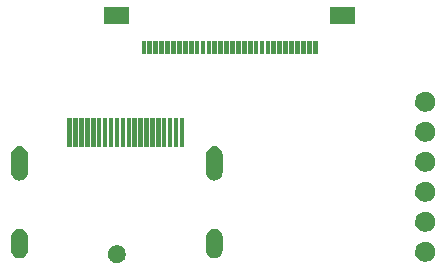
<source format=gts>
G04 #@! TF.FileFunction,Soldermask,Top*
%FSLAX46Y46*%
G04 Gerber Fmt 4.6, Leading zero omitted, Abs format (unit mm)*
G04 Created by KiCad (PCBNEW 4.0.7) date 09/03/18 02:09:11*
%MOMM*%
%LPD*%
G01*
G04 APERTURE LIST*
%ADD10C,0.100000*%
G04 APERTURE END LIST*
D10*
G36*
X124478776Y-114350498D02*
X124622851Y-114380072D01*
X124724546Y-114422822D01*
X124758444Y-114437071D01*
X124758445Y-114437072D01*
X124880383Y-114519319D01*
X124984021Y-114623683D01*
X125059265Y-114736936D01*
X125065415Y-114746193D01*
X125078310Y-114777477D01*
X125121465Y-114882178D01*
X125149998Y-115026284D01*
X125149998Y-115026287D01*
X125150032Y-115026459D01*
X125147686Y-115194455D01*
X125147648Y-115194622D01*
X125147648Y-115194627D01*
X125115101Y-115337884D01*
X125055278Y-115472248D01*
X124970491Y-115592441D01*
X124863983Y-115693867D01*
X124739795Y-115772679D01*
X124602664Y-115825869D01*
X124457821Y-115851409D01*
X124310765Y-115848328D01*
X124167115Y-115816744D01*
X124032335Y-115757861D01*
X123911554Y-115673915D01*
X123809387Y-115568119D01*
X123729708Y-115444481D01*
X123675564Y-115307730D01*
X123649013Y-115163066D01*
X123651067Y-115015994D01*
X123681648Y-114872120D01*
X123739587Y-114736938D01*
X123822685Y-114615577D01*
X123927775Y-114512666D01*
X124050844Y-114432131D01*
X124187221Y-114377031D01*
X124331698Y-114349471D01*
X124478776Y-114350498D01*
X124478776Y-114350498D01*
G37*
G36*
X150589384Y-114049565D02*
X150752862Y-114083122D01*
X150906717Y-114147797D01*
X151045074Y-114241120D01*
X151162669Y-114359539D01*
X151255024Y-114498545D01*
X151318622Y-114652845D01*
X151348686Y-114804681D01*
X151351037Y-114816555D01*
X151348375Y-115007175D01*
X151348337Y-115007342D01*
X151348337Y-115007347D01*
X151311402Y-115169917D01*
X151243521Y-115322380D01*
X151147318Y-115458756D01*
X151026466Y-115573842D01*
X150885554Y-115663267D01*
X150729957Y-115723619D01*
X150565607Y-115752599D01*
X150398748Y-115749103D01*
X150235753Y-115713266D01*
X150082823Y-115646453D01*
X149945780Y-115551205D01*
X149829848Y-115431156D01*
X149739442Y-115290871D01*
X149678007Y-115135704D01*
X149647880Y-114971559D01*
X149650211Y-114804681D01*
X149684909Y-114641435D01*
X149750653Y-114488045D01*
X149844940Y-114350341D01*
X149964182Y-114233571D01*
X150103825Y-114142191D01*
X150258567Y-114079671D01*
X150422499Y-114048400D01*
X150589384Y-114049565D01*
X150589384Y-114049565D01*
G37*
G36*
X132790729Y-112958246D02*
X132790730Y-112958246D01*
X132790755Y-112958249D01*
X132921261Y-112998648D01*
X133041435Y-113063626D01*
X133146700Y-113150708D01*
X133233045Y-113256578D01*
X133297182Y-113377203D01*
X133336669Y-113507988D01*
X133350000Y-113643952D01*
X133350000Y-114756169D01*
X133349944Y-114764094D01*
X133349932Y-114765822D01*
X133334703Y-114901586D01*
X133293395Y-115031807D01*
X133227579Y-115151525D01*
X133139764Y-115256179D01*
X133033294Y-115341783D01*
X132912225Y-115405077D01*
X132781167Y-115443649D01*
X132781146Y-115443651D01*
X132781142Y-115443652D01*
X132645114Y-115456032D01*
X132509271Y-115441754D01*
X132509270Y-115441754D01*
X132509245Y-115441751D01*
X132378739Y-115401352D01*
X132258565Y-115336374D01*
X132153300Y-115249292D01*
X132066955Y-115143422D01*
X132002818Y-115022797D01*
X131963331Y-114892012D01*
X131950000Y-114756048D01*
X131950000Y-113643831D01*
X131950061Y-113635195D01*
X131950068Y-113634178D01*
X131965297Y-113498414D01*
X132006605Y-113368193D01*
X132072421Y-113248475D01*
X132160236Y-113143821D01*
X132266706Y-113058217D01*
X132387775Y-112994923D01*
X132518833Y-112956351D01*
X132518854Y-112956349D01*
X132518858Y-112956348D01*
X132654886Y-112943968D01*
X132790729Y-112958246D01*
X132790729Y-112958246D01*
G37*
G36*
X116290729Y-112958246D02*
X116290730Y-112958246D01*
X116290755Y-112958249D01*
X116421261Y-112998648D01*
X116541435Y-113063626D01*
X116646700Y-113150708D01*
X116733045Y-113256578D01*
X116797182Y-113377203D01*
X116836669Y-113507988D01*
X116850000Y-113643952D01*
X116850000Y-114756169D01*
X116849944Y-114764094D01*
X116849932Y-114765822D01*
X116834703Y-114901586D01*
X116793395Y-115031807D01*
X116727579Y-115151525D01*
X116639764Y-115256179D01*
X116533294Y-115341783D01*
X116412225Y-115405077D01*
X116281167Y-115443649D01*
X116281146Y-115443651D01*
X116281142Y-115443652D01*
X116145114Y-115456032D01*
X116009271Y-115441754D01*
X116009270Y-115441754D01*
X116009245Y-115441751D01*
X115878739Y-115401352D01*
X115758565Y-115336374D01*
X115653300Y-115249292D01*
X115566955Y-115143422D01*
X115502818Y-115022797D01*
X115463331Y-114892012D01*
X115450000Y-114756048D01*
X115450000Y-113643831D01*
X115450061Y-113635195D01*
X115450068Y-113634178D01*
X115465297Y-113498414D01*
X115506605Y-113368193D01*
X115572421Y-113248475D01*
X115660236Y-113143821D01*
X115766706Y-113058217D01*
X115887775Y-112994923D01*
X116018833Y-112956351D01*
X116018854Y-112956349D01*
X116018858Y-112956348D01*
X116154886Y-112943968D01*
X116290729Y-112958246D01*
X116290729Y-112958246D01*
G37*
G36*
X150589384Y-111509565D02*
X150752862Y-111543122D01*
X150906717Y-111607797D01*
X151045074Y-111701120D01*
X151162669Y-111819539D01*
X151255024Y-111958545D01*
X151318622Y-112112845D01*
X151348686Y-112264681D01*
X151351037Y-112276555D01*
X151348375Y-112467175D01*
X151348337Y-112467342D01*
X151348337Y-112467347D01*
X151311402Y-112629917D01*
X151243521Y-112782380D01*
X151147318Y-112918756D01*
X151026466Y-113033842D01*
X150885554Y-113123267D01*
X150729957Y-113183619D01*
X150565607Y-113212599D01*
X150398748Y-113209103D01*
X150235753Y-113173266D01*
X150082823Y-113106453D01*
X149945780Y-113011205D01*
X149829848Y-112891156D01*
X149739442Y-112750871D01*
X149678007Y-112595704D01*
X149647880Y-112431559D01*
X149650211Y-112264681D01*
X149684909Y-112101435D01*
X149750653Y-111948045D01*
X149844940Y-111810341D01*
X149964182Y-111693571D01*
X150103825Y-111602191D01*
X150258567Y-111539671D01*
X150422499Y-111508400D01*
X150589384Y-111509565D01*
X150589384Y-111509565D01*
G37*
G36*
X150589384Y-108969565D02*
X150752862Y-109003122D01*
X150906717Y-109067797D01*
X151045074Y-109161120D01*
X151162669Y-109279539D01*
X151255024Y-109418545D01*
X151318622Y-109572845D01*
X151348686Y-109724681D01*
X151351037Y-109736555D01*
X151348375Y-109927175D01*
X151348337Y-109927342D01*
X151348337Y-109927347D01*
X151311402Y-110089917D01*
X151243521Y-110242380D01*
X151147318Y-110378756D01*
X151026466Y-110493842D01*
X150885554Y-110583267D01*
X150729957Y-110643619D01*
X150565607Y-110672599D01*
X150398748Y-110669103D01*
X150235753Y-110633266D01*
X150082823Y-110566453D01*
X149945780Y-110471205D01*
X149829848Y-110351156D01*
X149739442Y-110210871D01*
X149678007Y-110055704D01*
X149647880Y-109891559D01*
X149650211Y-109724681D01*
X149684909Y-109561435D01*
X149750653Y-109408045D01*
X149844940Y-109270341D01*
X149964182Y-109153571D01*
X150103825Y-109062191D01*
X150258567Y-108999671D01*
X150422499Y-108968400D01*
X150589384Y-108969565D01*
X150589384Y-108969565D01*
G37*
G36*
X132790729Y-105977278D02*
X132790730Y-105977278D01*
X132790755Y-105977281D01*
X132921261Y-106017680D01*
X133041435Y-106082658D01*
X133146700Y-106169740D01*
X133233045Y-106275610D01*
X133297182Y-106396235D01*
X133336669Y-106527020D01*
X133350000Y-106662984D01*
X133350000Y-108177137D01*
X133349944Y-108185062D01*
X133349932Y-108186790D01*
X133334703Y-108322554D01*
X133293395Y-108452775D01*
X133227579Y-108572493D01*
X133139764Y-108677147D01*
X133033294Y-108762751D01*
X132912225Y-108826045D01*
X132781167Y-108864617D01*
X132781146Y-108864619D01*
X132781142Y-108864620D01*
X132645114Y-108877000D01*
X132509271Y-108862722D01*
X132509270Y-108862722D01*
X132509245Y-108862719D01*
X132378739Y-108822320D01*
X132258565Y-108757342D01*
X132153300Y-108670260D01*
X132066955Y-108564390D01*
X132002818Y-108443765D01*
X131963331Y-108312980D01*
X131950000Y-108177016D01*
X131950000Y-106662863D01*
X131950061Y-106654227D01*
X131950068Y-106653210D01*
X131965297Y-106517446D01*
X132006605Y-106387225D01*
X132072421Y-106267507D01*
X132160236Y-106162853D01*
X132266706Y-106077249D01*
X132387775Y-106013955D01*
X132518833Y-105975383D01*
X132518854Y-105975381D01*
X132518858Y-105975380D01*
X132654886Y-105963000D01*
X132790729Y-105977278D01*
X132790729Y-105977278D01*
G37*
G36*
X116290729Y-105977278D02*
X116290730Y-105977278D01*
X116290755Y-105977281D01*
X116421261Y-106017680D01*
X116541435Y-106082658D01*
X116646700Y-106169740D01*
X116733045Y-106275610D01*
X116797182Y-106396235D01*
X116836669Y-106527020D01*
X116850000Y-106662984D01*
X116850000Y-108177137D01*
X116849944Y-108185062D01*
X116849932Y-108186790D01*
X116834703Y-108322554D01*
X116793395Y-108452775D01*
X116727579Y-108572493D01*
X116639764Y-108677147D01*
X116533294Y-108762751D01*
X116412225Y-108826045D01*
X116281167Y-108864617D01*
X116281146Y-108864619D01*
X116281142Y-108864620D01*
X116145114Y-108877000D01*
X116009271Y-108862722D01*
X116009270Y-108862722D01*
X116009245Y-108862719D01*
X115878739Y-108822320D01*
X115758565Y-108757342D01*
X115653300Y-108670260D01*
X115566955Y-108564390D01*
X115502818Y-108443765D01*
X115463331Y-108312980D01*
X115450000Y-108177016D01*
X115450000Y-106662863D01*
X115450061Y-106654227D01*
X115450068Y-106653210D01*
X115465297Y-106517446D01*
X115506605Y-106387225D01*
X115572421Y-106267507D01*
X115660236Y-106162853D01*
X115766706Y-106077249D01*
X115887775Y-106013955D01*
X116018833Y-105975383D01*
X116018854Y-105975381D01*
X116018858Y-105975380D01*
X116154886Y-105963000D01*
X116290729Y-105977278D01*
X116290729Y-105977278D01*
G37*
G36*
X150589384Y-106429565D02*
X150752862Y-106463122D01*
X150906717Y-106527797D01*
X151045074Y-106621120D01*
X151162669Y-106739539D01*
X151255024Y-106878545D01*
X151318622Y-107032845D01*
X151348686Y-107184681D01*
X151351037Y-107196555D01*
X151348375Y-107387175D01*
X151348337Y-107387342D01*
X151348337Y-107387347D01*
X151311402Y-107549917D01*
X151243521Y-107702380D01*
X151147318Y-107838756D01*
X151026466Y-107953842D01*
X150885554Y-108043267D01*
X150729957Y-108103619D01*
X150565607Y-108132599D01*
X150398748Y-108129103D01*
X150235753Y-108093266D01*
X150082823Y-108026453D01*
X149945780Y-107931205D01*
X149829848Y-107811156D01*
X149739442Y-107670871D01*
X149678007Y-107515704D01*
X149647880Y-107351559D01*
X149650211Y-107184681D01*
X149684909Y-107021435D01*
X149750653Y-106868045D01*
X149844940Y-106730341D01*
X149964182Y-106613571D01*
X150103825Y-106522191D01*
X150258567Y-106459671D01*
X150422499Y-106428400D01*
X150589384Y-106429565D01*
X150589384Y-106429565D01*
G37*
G36*
X123090000Y-106070000D02*
X122710000Y-106070000D01*
X122710000Y-103570000D01*
X123090000Y-103570000D01*
X123090000Y-106070000D01*
X123090000Y-106070000D01*
G37*
G36*
X123590000Y-106070000D02*
X123210000Y-106070000D01*
X123210000Y-103570000D01*
X123590000Y-103570000D01*
X123590000Y-106070000D01*
X123590000Y-106070000D01*
G37*
G36*
X124090000Y-106070000D02*
X123710000Y-106070000D01*
X123710000Y-103570000D01*
X124090000Y-103570000D01*
X124090000Y-106070000D01*
X124090000Y-106070000D01*
G37*
G36*
X127590000Y-106070000D02*
X127210000Y-106070000D01*
X127210000Y-103570000D01*
X127590000Y-103570000D01*
X127590000Y-106070000D01*
X127590000Y-106070000D01*
G37*
G36*
X126590000Y-106070000D02*
X126210000Y-106070000D01*
X126210000Y-103570000D01*
X126590000Y-103570000D01*
X126590000Y-106070000D01*
X126590000Y-106070000D01*
G37*
G36*
X126090000Y-106070000D02*
X125710000Y-106070000D01*
X125710000Y-103570000D01*
X126090000Y-103570000D01*
X126090000Y-106070000D01*
X126090000Y-106070000D01*
G37*
G36*
X125590000Y-106070000D02*
X125210000Y-106070000D01*
X125210000Y-103570000D01*
X125590000Y-103570000D01*
X125590000Y-106070000D01*
X125590000Y-106070000D01*
G37*
G36*
X125090000Y-106070000D02*
X124710000Y-106070000D01*
X124710000Y-103570000D01*
X125090000Y-103570000D01*
X125090000Y-106070000D01*
X125090000Y-106070000D01*
G37*
G36*
X124590000Y-106070000D02*
X124210000Y-106070000D01*
X124210000Y-103570000D01*
X124590000Y-103570000D01*
X124590000Y-106070000D01*
X124590000Y-106070000D01*
G37*
G36*
X127090000Y-106070000D02*
X126710000Y-106070000D01*
X126710000Y-103570000D01*
X127090000Y-103570000D01*
X127090000Y-106070000D01*
X127090000Y-106070000D01*
G37*
G36*
X122090000Y-106070000D02*
X121710000Y-106070000D01*
X121710000Y-103570000D01*
X122090000Y-103570000D01*
X122090000Y-106070000D01*
X122090000Y-106070000D01*
G37*
G36*
X130090000Y-106070000D02*
X129710000Y-106070000D01*
X129710000Y-103570000D01*
X130090000Y-103570000D01*
X130090000Y-106070000D01*
X130090000Y-106070000D01*
G37*
G36*
X129590000Y-106070000D02*
X129210000Y-106070000D01*
X129210000Y-103570000D01*
X129590000Y-103570000D01*
X129590000Y-106070000D01*
X129590000Y-106070000D01*
G37*
G36*
X129090000Y-106070000D02*
X128710000Y-106070000D01*
X128710000Y-103570000D01*
X129090000Y-103570000D01*
X129090000Y-106070000D01*
X129090000Y-106070000D01*
G37*
G36*
X128590000Y-106070000D02*
X128210000Y-106070000D01*
X128210000Y-103570000D01*
X128590000Y-103570000D01*
X128590000Y-106070000D01*
X128590000Y-106070000D01*
G37*
G36*
X128090000Y-106070000D02*
X127710000Y-106070000D01*
X127710000Y-103570000D01*
X128090000Y-103570000D01*
X128090000Y-106070000D01*
X128090000Y-106070000D01*
G37*
G36*
X120590000Y-106070000D02*
X120210000Y-106070000D01*
X120210000Y-103570000D01*
X120590000Y-103570000D01*
X120590000Y-106070000D01*
X120590000Y-106070000D01*
G37*
G36*
X122590000Y-106070000D02*
X122210000Y-106070000D01*
X122210000Y-103570000D01*
X122590000Y-103570000D01*
X122590000Y-106070000D01*
X122590000Y-106070000D01*
G37*
G36*
X121090000Y-106070000D02*
X120710000Y-106070000D01*
X120710000Y-103570000D01*
X121090000Y-103570000D01*
X121090000Y-106070000D01*
X121090000Y-106070000D01*
G37*
G36*
X121590000Y-106070000D02*
X121210000Y-106070000D01*
X121210000Y-103570000D01*
X121590000Y-103570000D01*
X121590000Y-106070000D01*
X121590000Y-106070000D01*
G37*
G36*
X150589384Y-103889565D02*
X150752862Y-103923122D01*
X150906717Y-103987797D01*
X151045074Y-104081120D01*
X151162669Y-104199539D01*
X151255024Y-104338545D01*
X151318622Y-104492845D01*
X151348686Y-104644681D01*
X151351037Y-104656555D01*
X151348375Y-104847175D01*
X151348337Y-104847342D01*
X151348337Y-104847347D01*
X151311402Y-105009917D01*
X151243521Y-105162380D01*
X151147318Y-105298756D01*
X151026466Y-105413842D01*
X150885554Y-105503267D01*
X150729957Y-105563619D01*
X150565607Y-105592599D01*
X150398748Y-105589103D01*
X150235753Y-105553266D01*
X150082823Y-105486453D01*
X149945780Y-105391205D01*
X149829848Y-105271156D01*
X149739442Y-105130871D01*
X149678007Y-104975704D01*
X149647880Y-104811559D01*
X149650211Y-104644681D01*
X149684909Y-104481435D01*
X149750653Y-104328045D01*
X149844940Y-104190341D01*
X149964182Y-104073571D01*
X150103825Y-103982191D01*
X150258567Y-103919671D01*
X150422499Y-103888400D01*
X150589384Y-103889565D01*
X150589384Y-103889565D01*
G37*
G36*
X150589384Y-101349565D02*
X150752862Y-101383122D01*
X150906717Y-101447797D01*
X151045074Y-101541120D01*
X151162669Y-101659539D01*
X151255024Y-101798545D01*
X151318622Y-101952845D01*
X151348686Y-102104681D01*
X151351037Y-102116555D01*
X151348375Y-102307175D01*
X151348337Y-102307342D01*
X151348337Y-102307347D01*
X151311402Y-102469917D01*
X151243521Y-102622380D01*
X151147318Y-102758756D01*
X151026466Y-102873842D01*
X150885554Y-102963267D01*
X150729957Y-103023619D01*
X150565607Y-103052599D01*
X150398748Y-103049103D01*
X150235753Y-103013266D01*
X150082823Y-102946453D01*
X149945780Y-102851205D01*
X149829848Y-102731156D01*
X149739442Y-102590871D01*
X149678007Y-102435704D01*
X149647880Y-102271559D01*
X149650211Y-102104681D01*
X149684909Y-101941435D01*
X149750653Y-101788045D01*
X149844940Y-101650341D01*
X149964182Y-101533571D01*
X150103825Y-101442191D01*
X150258567Y-101379671D01*
X150422499Y-101348400D01*
X150589384Y-101349565D01*
X150589384Y-101349565D01*
G37*
G36*
X132385000Y-98150000D02*
X131985000Y-98150000D01*
X131985000Y-97050000D01*
X132385000Y-97050000D01*
X132385000Y-98150000D01*
X132385000Y-98150000D01*
G37*
G36*
X132885000Y-98150000D02*
X132485000Y-98150000D01*
X132485000Y-97050000D01*
X132885000Y-97050000D01*
X132885000Y-98150000D01*
X132885000Y-98150000D01*
G37*
G36*
X137385000Y-98150000D02*
X136985000Y-98150000D01*
X136985000Y-97050000D01*
X137385000Y-97050000D01*
X137385000Y-98150000D01*
X137385000Y-98150000D01*
G37*
G36*
X133885000Y-98150000D02*
X133485000Y-98150000D01*
X133485000Y-97050000D01*
X133885000Y-97050000D01*
X133885000Y-98150000D01*
X133885000Y-98150000D01*
G37*
G36*
X134385000Y-98150000D02*
X133985000Y-98150000D01*
X133985000Y-97050000D01*
X134385000Y-97050000D01*
X134385000Y-98150000D01*
X134385000Y-98150000D01*
G37*
G36*
X134885000Y-98150000D02*
X134485000Y-98150000D01*
X134485000Y-97050000D01*
X134885000Y-97050000D01*
X134885000Y-98150000D01*
X134885000Y-98150000D01*
G37*
G36*
X135385000Y-98150000D02*
X134985000Y-98150000D01*
X134985000Y-97050000D01*
X135385000Y-97050000D01*
X135385000Y-98150000D01*
X135385000Y-98150000D01*
G37*
G36*
X135885000Y-98150000D02*
X135485000Y-98150000D01*
X135485000Y-97050000D01*
X135885000Y-97050000D01*
X135885000Y-98150000D01*
X135885000Y-98150000D01*
G37*
G36*
X136385000Y-98150000D02*
X135985000Y-98150000D01*
X135985000Y-97050000D01*
X136385000Y-97050000D01*
X136385000Y-98150000D01*
X136385000Y-98150000D01*
G37*
G36*
X136885000Y-98150000D02*
X136485000Y-98150000D01*
X136485000Y-97050000D01*
X136885000Y-97050000D01*
X136885000Y-98150000D01*
X136885000Y-98150000D01*
G37*
G36*
X137885000Y-98150000D02*
X137485000Y-98150000D01*
X137485000Y-97050000D01*
X137885000Y-97050000D01*
X137885000Y-98150000D01*
X137885000Y-98150000D01*
G37*
G36*
X138385000Y-98150000D02*
X137985000Y-98150000D01*
X137985000Y-97050000D01*
X138385000Y-97050000D01*
X138385000Y-98150000D01*
X138385000Y-98150000D01*
G37*
G36*
X138885000Y-98150000D02*
X138485000Y-98150000D01*
X138485000Y-97050000D01*
X138885000Y-97050000D01*
X138885000Y-98150000D01*
X138885000Y-98150000D01*
G37*
G36*
X139385000Y-98150000D02*
X138985000Y-98150000D01*
X138985000Y-97050000D01*
X139385000Y-97050000D01*
X139385000Y-98150000D01*
X139385000Y-98150000D01*
G37*
G36*
X139885000Y-98150000D02*
X139485000Y-98150000D01*
X139485000Y-97050000D01*
X139885000Y-97050000D01*
X139885000Y-98150000D01*
X139885000Y-98150000D01*
G37*
G36*
X131385000Y-98150000D02*
X130985000Y-98150000D01*
X130985000Y-97050000D01*
X131385000Y-97050000D01*
X131385000Y-98150000D01*
X131385000Y-98150000D01*
G37*
G36*
X141385000Y-98150000D02*
X140985000Y-98150000D01*
X140985000Y-97050000D01*
X141385000Y-97050000D01*
X141385000Y-98150000D01*
X141385000Y-98150000D01*
G37*
G36*
X140885000Y-98150000D02*
X140485000Y-98150000D01*
X140485000Y-97050000D01*
X140885000Y-97050000D01*
X140885000Y-98150000D01*
X140885000Y-98150000D01*
G37*
G36*
X140385000Y-98150000D02*
X139985000Y-98150000D01*
X139985000Y-97050000D01*
X140385000Y-97050000D01*
X140385000Y-98150000D01*
X140385000Y-98150000D01*
G37*
G36*
X133385000Y-98150000D02*
X132985000Y-98150000D01*
X132985000Y-97050000D01*
X133385000Y-97050000D01*
X133385000Y-98150000D01*
X133385000Y-98150000D01*
G37*
G36*
X126885000Y-98150000D02*
X126485000Y-98150000D01*
X126485000Y-97050000D01*
X126885000Y-97050000D01*
X126885000Y-98150000D01*
X126885000Y-98150000D01*
G37*
G36*
X127385000Y-98150000D02*
X126985000Y-98150000D01*
X126985000Y-97050000D01*
X127385000Y-97050000D01*
X127385000Y-98150000D01*
X127385000Y-98150000D01*
G37*
G36*
X127885000Y-98150000D02*
X127485000Y-98150000D01*
X127485000Y-97050000D01*
X127885000Y-97050000D01*
X127885000Y-98150000D01*
X127885000Y-98150000D01*
G37*
G36*
X128385000Y-98150000D02*
X127985000Y-98150000D01*
X127985000Y-97050000D01*
X128385000Y-97050000D01*
X128385000Y-98150000D01*
X128385000Y-98150000D01*
G37*
G36*
X128885000Y-98150000D02*
X128485000Y-98150000D01*
X128485000Y-97050000D01*
X128885000Y-97050000D01*
X128885000Y-98150000D01*
X128885000Y-98150000D01*
G37*
G36*
X129385000Y-98150000D02*
X128985000Y-98150000D01*
X128985000Y-97050000D01*
X129385000Y-97050000D01*
X129385000Y-98150000D01*
X129385000Y-98150000D01*
G37*
G36*
X129885000Y-98150000D02*
X129485000Y-98150000D01*
X129485000Y-97050000D01*
X129885000Y-97050000D01*
X129885000Y-98150000D01*
X129885000Y-98150000D01*
G37*
G36*
X130385000Y-98150000D02*
X129985000Y-98150000D01*
X129985000Y-97050000D01*
X130385000Y-97050000D01*
X130385000Y-98150000D01*
X130385000Y-98150000D01*
G37*
G36*
X130885000Y-98150000D02*
X130485000Y-98150000D01*
X130485000Y-97050000D01*
X130885000Y-97050000D01*
X130885000Y-98150000D01*
X130885000Y-98150000D01*
G37*
G36*
X131885000Y-98150000D02*
X131485000Y-98150000D01*
X131485000Y-97050000D01*
X131885000Y-97050000D01*
X131885000Y-98150000D01*
X131885000Y-98150000D01*
G37*
G36*
X144535000Y-95600000D02*
X142435000Y-95600000D01*
X142435000Y-94200000D01*
X144535000Y-94200000D01*
X144535000Y-95600000D01*
X144535000Y-95600000D01*
G37*
G36*
X125435000Y-95600000D02*
X123335000Y-95600000D01*
X123335000Y-94200000D01*
X125435000Y-94200000D01*
X125435000Y-95600000D01*
X125435000Y-95600000D01*
G37*
M02*

</source>
